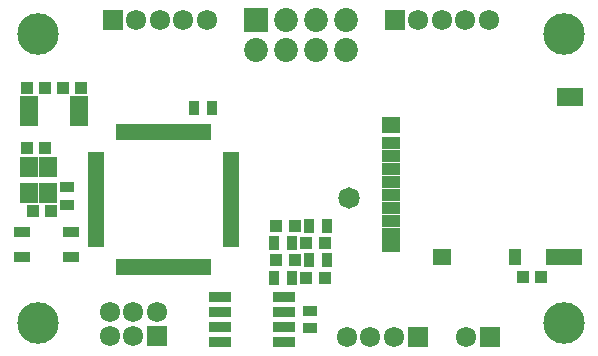
<source format=gts>
G04 #@! TF.GenerationSoftware,KiCad,Pcbnew,(5.0.0)*
G04 #@! TF.CreationDate,2018-12-10T03:32:36+09:00*
G04 #@! TF.ProjectId,Altimeter,416C74696D657465722E6B696361645F,rev?*
G04 #@! TF.SameCoordinates,Original*
G04 #@! TF.FileFunction,Soldermask,Top*
G04 #@! TF.FilePolarity,Negative*
%FSLAX46Y46*%
G04 Gerber Fmt 4.6, Leading zero omitted, Abs format (unit mm)*
G04 Created by KiCad (PCBNEW (5.0.0)) date 12/10/18 03:32:36*
%MOMM*%
%LPD*%
G01*
G04 APERTURE LIST*
%ADD10C,2.020000*%
%ADD11R,2.020000X2.020000*%
%ADD12C,1.720000*%
%ADD13R,1.720000X1.720000*%
%ADD14R,1.220000X0.820000*%
%ADD15C,3.520000*%
%ADD16R,1.120000X1.070000*%
%ADD17R,1.120000X1.120000*%
%ADD18R,0.820000X1.220000*%
%ADD19R,1.370000X0.970000*%
%ADD20R,0.570000X1.320000*%
%ADD21R,1.320000X0.570000*%
%ADD22R,1.870000X0.920000*%
%ADD23R,1.520000X1.720000*%
%ADD24R,1.620000X2.520000*%
%ADD25R,1.520000X1.020000*%
%ADD26R,1.520000X1.320000*%
%ADD27R,1.120000X1.320000*%
%ADD28R,3.120000X1.320000*%
%ADD29R,2.220000X1.620000*%
%ADD30C,1.820000*%
G04 APERTURE END LIST*
D10*
G04 #@! TO.C,U2*
X153810000Y-74155500D03*
X151270000Y-74155500D03*
X148730000Y-74155500D03*
X146190000Y-74155500D03*
X153810000Y-71615500D03*
X151270000Y-71615500D03*
X148730000Y-71615500D03*
D11*
X146190000Y-71615500D03*
G04 #@! TD*
D12*
G04 #@! TO.C,J2*
X133826800Y-96349000D03*
X133826800Y-98349000D03*
X135826800Y-96349000D03*
X135826800Y-98349000D03*
D13*
X137826800Y-98349000D03*
D12*
X137826800Y-96349000D03*
G04 #@! TD*
D14*
G04 #@! TO.C,R13*
X150762000Y-97702000D03*
X150762000Y-96202000D03*
G04 #@! TD*
D15*
G04 #@! TO.C,REF\002A\002A*
X127750000Y-72750000D03*
G04 #@! TD*
G04 #@! TO.C,REF\002A\002A*
X172250000Y-72750000D03*
G04 #@! TD*
G04 #@! TO.C,REF\002A\002A*
X172250000Y-97250000D03*
G04 #@! TD*
D16*
G04 #@! TO.C,C11*
X126809800Y-82448600D03*
X128309800Y-82448600D03*
G04 #@! TD*
G04 #@! TO.C,C12*
X127341800Y-87782600D03*
X128841800Y-87782600D03*
G04 #@! TD*
G04 #@! TO.C,C13*
X131381801Y-77368600D03*
X129881801Y-77368600D03*
G04 #@! TD*
G04 #@! TO.C,C14*
X128321800Y-77368600D03*
X126821800Y-77368600D03*
G04 #@! TD*
D17*
G04 #@! TO.C,D1*
X170370400Y-93319600D03*
X168770400Y-93319600D03*
G04 #@! TD*
G04 #@! TO.C,D2*
X150470000Y-93396000D03*
X152070000Y-93396000D03*
G04 #@! TD*
G04 #@! TO.C,D3*
X149466500Y-91935500D03*
X147866500Y-91935500D03*
G04 #@! TD*
G04 #@! TO.C,D4*
X152070000Y-90475000D03*
X150470000Y-90475000D03*
G04 #@! TD*
G04 #@! TO.C,D5*
X147866500Y-89014500D03*
X149466500Y-89014500D03*
G04 #@! TD*
D12*
G04 #@! TO.C,J1*
X163976600Y-98412500D03*
D13*
X165976600Y-98412500D03*
G04 #@! TD*
D12*
G04 #@! TO.C,J4*
X142062500Y-71615500D03*
X140062500Y-71615500D03*
X138062500Y-71615500D03*
D13*
X134062500Y-71615500D03*
D12*
X136062500Y-71615500D03*
G04 #@! TD*
G04 #@! TO.C,J5*
X157880600Y-98412500D03*
D13*
X159880600Y-98412500D03*
D12*
X155880600Y-98412500D03*
X153880600Y-98412500D03*
G04 #@! TD*
D18*
G04 #@! TO.C,R2*
X149226000Y-93396000D03*
X147726000Y-93396000D03*
G04 #@! TD*
G04 #@! TO.C,R3*
X150710500Y-91935500D03*
X152210500Y-91935500D03*
G04 #@! TD*
G04 #@! TO.C,R4*
X149226000Y-90475000D03*
X147726000Y-90475000D03*
G04 #@! TD*
G04 #@! TO.C,R5*
X150710500Y-89014500D03*
X152210500Y-89014500D03*
G04 #@! TD*
D14*
G04 #@! TO.C,R6*
X130238800Y-87262600D03*
X130238800Y-85762600D03*
G04 #@! TD*
D18*
G04 #@! TO.C,R12*
X140943500Y-79045000D03*
X142443500Y-79045000D03*
G04 #@! TD*
D19*
G04 #@! TO.C,SW1*
X126423600Y-89514100D03*
X130573600Y-89514100D03*
X126423600Y-91664100D03*
X130573600Y-91664100D03*
G04 #@! TD*
D20*
G04 #@! TO.C,U1*
X134616800Y-81066600D03*
X135116800Y-81066600D03*
X135616800Y-81066600D03*
X136116800Y-81066600D03*
X136616800Y-81066600D03*
X137116800Y-81066600D03*
X137616800Y-81066600D03*
X138116800Y-81066600D03*
X138616800Y-81066600D03*
X139116800Y-81066600D03*
X139616800Y-81066600D03*
X140116800Y-81066600D03*
X140616800Y-81066600D03*
X141116800Y-81066600D03*
X141616800Y-81066600D03*
X142116800Y-81066600D03*
D21*
X144066800Y-83016600D03*
X144066800Y-83516600D03*
X144066800Y-84016600D03*
X144066800Y-84516600D03*
X144066800Y-85016600D03*
X144066800Y-85516600D03*
X144066800Y-86016600D03*
X144066800Y-86516600D03*
X144066800Y-87016600D03*
X144066800Y-87516600D03*
X144066800Y-88016600D03*
X144066800Y-88516600D03*
X144066800Y-89016600D03*
X144066800Y-89516600D03*
X144066800Y-90016600D03*
X144066800Y-90516600D03*
D20*
X142116800Y-92466600D03*
X141616800Y-92466600D03*
X141116800Y-92466600D03*
X140616800Y-92466600D03*
X140116800Y-92466600D03*
X139616800Y-92466600D03*
X139116800Y-92466600D03*
X138616800Y-92466600D03*
X138116800Y-92466600D03*
X137616800Y-92466600D03*
X137116800Y-92466600D03*
X136616800Y-92466600D03*
X136116800Y-92466600D03*
X135616800Y-92466600D03*
X135116800Y-92466600D03*
X134616800Y-92466600D03*
D21*
X132666800Y-90516600D03*
X132666800Y-90016600D03*
X132666800Y-89516600D03*
X132666800Y-89016600D03*
X132666800Y-88516600D03*
X132666800Y-88016600D03*
X132666800Y-87516600D03*
X132666800Y-87016600D03*
X132666800Y-86516600D03*
X132666800Y-86016600D03*
X132666800Y-85516600D03*
X132666800Y-85016600D03*
X132666800Y-84516600D03*
X132666800Y-84016600D03*
X132666800Y-83516600D03*
X132666800Y-83016600D03*
G04 #@! TD*
D22*
G04 #@! TO.C,U3*
X148585200Y-95047000D03*
X148585200Y-96317000D03*
X148585200Y-97587000D03*
X148585200Y-98857000D03*
X143185200Y-98857000D03*
X143185200Y-97587000D03*
X143185200Y-96317000D03*
X143185200Y-95047000D03*
G04 #@! TD*
D23*
G04 #@! TO.C,Y1*
X128625800Y-84015600D03*
X128625800Y-86215600D03*
X127025800Y-86215600D03*
X127025800Y-84015600D03*
G04 #@! TD*
D24*
G04 #@! TO.C,Y2*
X126995800Y-79273600D03*
X131195800Y-79273600D03*
G04 #@! TD*
D25*
G04 #@! TO.C,J3*
X157664600Y-90687000D03*
X157664600Y-89737000D03*
X157664600Y-82037000D03*
X157664600Y-83137000D03*
X157664600Y-84237000D03*
X157664600Y-85337000D03*
X157664600Y-86437000D03*
X157664600Y-87537000D03*
X157664600Y-88637000D03*
D26*
X157664600Y-80487000D03*
X161964600Y-91637000D03*
D27*
X168164600Y-91637000D03*
D28*
X172314600Y-91637000D03*
D29*
X172764600Y-78137000D03*
G04 #@! TD*
D15*
G04 #@! TO.C,REF\002A\002A*
X127750000Y-97250000D03*
G04 #@! TD*
D12*
G04 #@! TO.C,J6*
X165937500Y-71615500D03*
X163937500Y-71615500D03*
X161937500Y-71615500D03*
D13*
X157937500Y-71615500D03*
D12*
X159937500Y-71615500D03*
G04 #@! TD*
D30*
G04 #@! TO.C,TP1*
X154051000Y-86677500D03*
G04 #@! TD*
M02*

</source>
